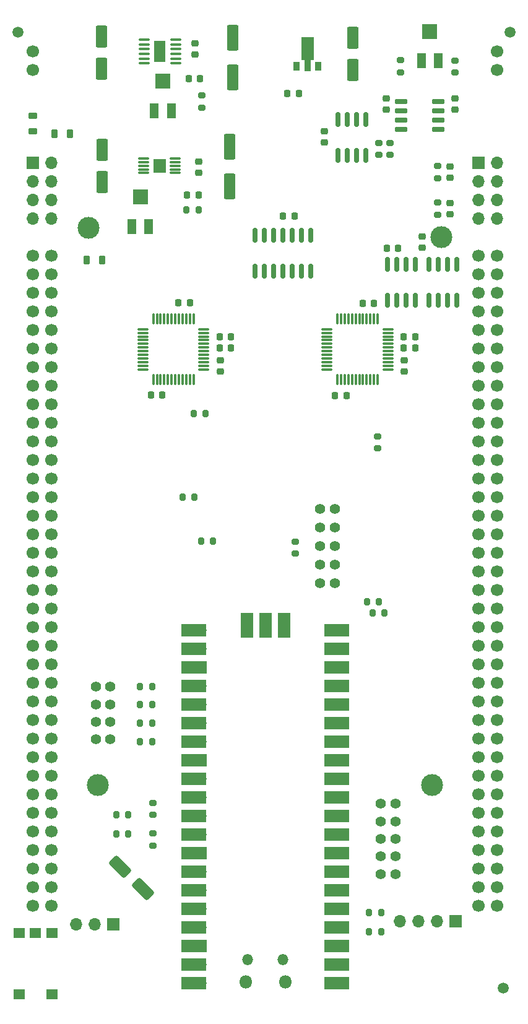
<source format=gbr>
%TF.GenerationSoftware,KiCad,Pcbnew,(6.0.7-1)-1*%
%TF.CreationDate,2022-08-23T13:00:43-05:00*%
%TF.ProjectId,NR1B-analog,4e523142-2d61-46e6-916c-6f672e6b6963,rev?*%
%TF.SameCoordinates,Original*%
%TF.FileFunction,Soldermask,Top*%
%TF.FilePolarity,Negative*%
%FSLAX46Y46*%
G04 Gerber Fmt 4.6, Leading zero omitted, Abs format (unit mm)*
G04 Created by KiCad (PCBNEW (6.0.7-1)-1) date 2022-08-23 13:00:43*
%MOMM*%
%LPD*%
G01*
G04 APERTURE LIST*
G04 Aperture macros list*
%AMRoundRect*
0 Rectangle with rounded corners*
0 $1 Rounding radius*
0 $2 $3 $4 $5 $6 $7 $8 $9 X,Y pos of 4 corners*
0 Add a 4 corners polygon primitive as box body*
4,1,4,$2,$3,$4,$5,$6,$7,$8,$9,$2,$3,0*
0 Add four circle primitives for the rounded corners*
1,1,$1+$1,$2,$3*
1,1,$1+$1,$4,$5*
1,1,$1+$1,$6,$7*
1,1,$1+$1,$8,$9*
0 Add four rect primitives between the rounded corners*
20,1,$1+$1,$2,$3,$4,$5,0*
20,1,$1+$1,$4,$5,$6,$7,0*
20,1,$1+$1,$6,$7,$8,$9,0*
20,1,$1+$1,$8,$9,$2,$3,0*%
%AMFreePoly0*
4,1,9,3.862500,-0.866500,0.737500,-0.866500,0.737500,-0.450000,-0.737500,-0.450000,-0.737500,0.450000,0.737500,0.450000,0.737500,0.866500,3.862500,0.866500,3.862500,-0.866500,3.862500,-0.866500,$1*%
G04 Aperture macros list end*
%ADD10C,1.400000*%
%ADD11R,1.295400X2.006600*%
%ADD12R,2.006600X2.006600*%
%ADD13C,1.500000*%
%ADD14RoundRect,0.200000X0.275000X-0.200000X0.275000X0.200000X-0.275000X0.200000X-0.275000X-0.200000X0*%
%ADD15RoundRect,0.075000X-0.075000X0.662500X-0.075000X-0.662500X0.075000X-0.662500X0.075000X0.662500X0*%
%ADD16RoundRect,0.075000X-0.662500X0.075000X-0.662500X-0.075000X0.662500X-0.075000X0.662500X0.075000X0*%
%ADD17RoundRect,0.075000X-0.650000X-0.075000X0.650000X-0.075000X0.650000X0.075000X-0.650000X0.075000X0*%
%ADD18R,1.680000X1.880000*%
%ADD19RoundRect,0.200000X0.200000X0.275000X-0.200000X0.275000X-0.200000X-0.275000X0.200000X-0.275000X0*%
%ADD20RoundRect,0.200000X-0.275000X0.200000X-0.275000X-0.200000X0.275000X-0.200000X0.275000X0.200000X0*%
%ADD21RoundRect,0.150000X0.150000X-0.825000X0.150000X0.825000X-0.150000X0.825000X-0.150000X-0.825000X0*%
%ADD22RoundRect,0.218750X-0.381250X0.218750X-0.381250X-0.218750X0.381250X-0.218750X0.381250X0.218750X0*%
%ADD23RoundRect,0.225000X-0.250000X0.225000X-0.250000X-0.225000X0.250000X-0.225000X0.250000X0.225000X0*%
%ADD24O,1.500000X1.500000*%
%ADD25O,1.800000X1.800000*%
%ADD26O,1.700000X1.700000*%
%ADD27R,3.500000X1.700000*%
%ADD28R,1.700000X1.700000*%
%ADD29R,1.700000X3.500000*%
%ADD30RoundRect,0.200000X-0.200000X-0.275000X0.200000X-0.275000X0.200000X0.275000X-0.200000X0.275000X0*%
%ADD31RoundRect,0.225000X0.250000X-0.225000X0.250000X0.225000X-0.250000X0.225000X-0.250000X-0.225000X0*%
%ADD32RoundRect,0.250000X-0.550000X1.250000X-0.550000X-1.250000X0.550000X-1.250000X0.550000X1.250000X0*%
%ADD33RoundRect,0.150000X0.725000X0.150000X-0.725000X0.150000X-0.725000X-0.150000X0.725000X-0.150000X0*%
%ADD34RoundRect,0.218750X0.218750X0.381250X-0.218750X0.381250X-0.218750X-0.381250X0.218750X-0.381250X0*%
%ADD35RoundRect,0.150000X-0.150000X0.825000X-0.150000X-0.825000X0.150000X-0.825000X0.150000X0.825000X0*%
%ADD36RoundRect,0.225000X0.225000X0.250000X-0.225000X0.250000X-0.225000X-0.250000X0.225000X-0.250000X0*%
%ADD37RoundRect,0.250000X0.550000X-1.250000X0.550000X1.250000X-0.550000X1.250000X-0.550000X-1.250000X0*%
%ADD38RoundRect,0.218750X-0.218750X-0.381250X0.218750X-0.381250X0.218750X0.381250X-0.218750X0.381250X0*%
%ADD39C,3.000000*%
%ADD40C,1.700000*%
%ADD41RoundRect,0.225000X-0.225000X-0.250000X0.225000X-0.250000X0.225000X0.250000X-0.225000X0.250000X0*%
%ADD42RoundRect,0.250000X1.272792X-0.494975X-0.494975X1.272792X-1.272792X0.494975X0.494975X-1.272792X0*%
%ADD43RoundRect,0.250000X-0.550000X1.500000X-0.550000X-1.500000X0.550000X-1.500000X0.550000X1.500000X0*%
%ADD44R,0.900000X1.300000*%
%ADD45FreePoly0,90.000000*%
%ADD46RoundRect,0.100000X-0.625000X-0.100000X0.625000X-0.100000X0.625000X0.100000X-0.625000X0.100000X0*%
%ADD47R,1.650000X2.850000*%
%ADD48R,1.600200X1.397000*%
%ADD49RoundRect,0.250000X0.550000X-1.500000X0.550000X1.500000X-0.550000X1.500000X-0.550000X-1.500000X0*%
G04 APERTURE END LIST*
D10*
%TO.C,TP3*%
X61400000Y-114700000D03*
X63400000Y-114700000D03*
%TD*%
D11*
%TO.C,U8*%
X71720000Y-31110001D03*
D12*
X70570000Y-27109999D03*
D11*
X69420000Y-31110001D03*
%TD*%
D13*
%TO.C,FID1*%
X50770000Y-20350000D03*
%TD*%
D14*
%TO.C,R2*%
X75870000Y-30675000D03*
X75870000Y-29025000D03*
%TD*%
D11*
%TO.C,U12*%
X68650000Y-46930001D03*
D12*
X67500000Y-42929999D03*
D11*
X66350000Y-46930001D03*
%TD*%
D15*
%TO.C,U14*%
X74770000Y-59587500D03*
X74270000Y-59587500D03*
X73770000Y-59587500D03*
X73270000Y-59587500D03*
X72770000Y-59587500D03*
X72270000Y-59587500D03*
X71770000Y-59587500D03*
X71270000Y-59587500D03*
X70770000Y-59587500D03*
X70270000Y-59587500D03*
X69770000Y-59587500D03*
X69270000Y-59587500D03*
D16*
X67857500Y-61000000D03*
X67857500Y-61500000D03*
X67857500Y-62000000D03*
X67857500Y-62500000D03*
X67857500Y-63000000D03*
X67857500Y-63500000D03*
X67857500Y-64000000D03*
X67857500Y-64500000D03*
X67857500Y-65000000D03*
X67857500Y-65500000D03*
X67857500Y-66000000D03*
X67857500Y-66500000D03*
D15*
X69270000Y-67912500D03*
X69770000Y-67912500D03*
X70270000Y-67912500D03*
X70770000Y-67912500D03*
X71270000Y-67912500D03*
X71770000Y-67912500D03*
X72270000Y-67912500D03*
X72770000Y-67912500D03*
X73270000Y-67912500D03*
X73770000Y-67912500D03*
X74270000Y-67912500D03*
X74770000Y-67912500D03*
D16*
X76182500Y-66500000D03*
X76182500Y-66000000D03*
X76182500Y-65500000D03*
X76182500Y-65000000D03*
X76182500Y-64500000D03*
X76182500Y-64000000D03*
X76182500Y-63500000D03*
X76182500Y-63000000D03*
X76182500Y-62500000D03*
X76182500Y-62000000D03*
X76182500Y-61500000D03*
X76182500Y-61000000D03*
%TD*%
D17*
%TO.C,U10*%
X67960000Y-37640000D03*
X67960000Y-38140000D03*
X67960000Y-38640000D03*
X67960000Y-39140000D03*
X67960000Y-39640000D03*
X72260000Y-39640000D03*
X72260000Y-39140000D03*
X72260000Y-38640000D03*
X72260000Y-38140000D03*
X72260000Y-37640000D03*
D18*
X70110000Y-38640000D03*
%TD*%
D10*
%TO.C,SCK_DAC1*%
X92100000Y-85540000D03*
X94100000Y-85540000D03*
%TD*%
D19*
%TO.C,R17*%
X74925000Y-84000000D03*
X73275000Y-84000000D03*
%TD*%
D20*
%TO.C,R7*%
X101630000Y-35510000D03*
X101630000Y-37160000D03*
%TD*%
D21*
%TO.C,U6*%
X101330000Y-57050000D03*
X102600000Y-57050000D03*
X103870000Y-57050000D03*
X105140000Y-57050000D03*
X105140000Y-52100000D03*
X103870000Y-52100000D03*
X102600000Y-52100000D03*
X101330000Y-52100000D03*
%TD*%
D10*
%TO.C,TP2*%
X63400000Y-112300000D03*
X61400000Y-112300000D03*
%TD*%
D22*
%TO.C,FB2*%
X52820000Y-31847500D03*
X52820000Y-33972500D03*
%TD*%
D23*
%TO.C,C23*%
X103600000Y-65225000D03*
X103600000Y-66775000D03*
%TD*%
D10*
%TO.C,SCK_SYS1*%
X100400000Y-130700000D03*
X102400000Y-130700000D03*
%TD*%
%TO.C,TP4*%
X63400000Y-117100000D03*
X61400000Y-117100000D03*
%TD*%
D24*
%TO.C,U5*%
X82175000Y-147250000D03*
D25*
X81875000Y-150280000D03*
X87325000Y-150280000D03*
D24*
X87025000Y-147250000D03*
D26*
X93490000Y-150410000D03*
D27*
X94390000Y-150410000D03*
X94390000Y-147870000D03*
D26*
X93490000Y-147870000D03*
D27*
X94390000Y-145330000D03*
D28*
X93490000Y-145330000D03*
D27*
X94390000Y-142790000D03*
D26*
X93490000Y-142790000D03*
D27*
X94390000Y-140250000D03*
D26*
X93490000Y-140250000D03*
D27*
X94390000Y-137710000D03*
D26*
X93490000Y-137710000D03*
X93490000Y-135170000D03*
D27*
X94390000Y-135170000D03*
D28*
X93490000Y-132630000D03*
D27*
X94390000Y-132630000D03*
D26*
X93490000Y-130090000D03*
D27*
X94390000Y-130090000D03*
X94390000Y-127550000D03*
D26*
X93490000Y-127550000D03*
X93490000Y-125010000D03*
D27*
X94390000Y-125010000D03*
X94390000Y-122470000D03*
D26*
X93490000Y-122470000D03*
D28*
X93490000Y-119930000D03*
D27*
X94390000Y-119930000D03*
D26*
X93490000Y-117390000D03*
D27*
X94390000Y-117390000D03*
X94390000Y-114850000D03*
D26*
X93490000Y-114850000D03*
X93490000Y-112310000D03*
D27*
X94390000Y-112310000D03*
X94390000Y-109770000D03*
D26*
X93490000Y-109770000D03*
D27*
X94390000Y-107230000D03*
D28*
X93490000Y-107230000D03*
D27*
X94390000Y-104690000D03*
D26*
X93490000Y-104690000D03*
D27*
X94390000Y-102150000D03*
D26*
X93490000Y-102150000D03*
X75710000Y-102150000D03*
D27*
X74810000Y-102150000D03*
X74810000Y-104690000D03*
D26*
X75710000Y-104690000D03*
D28*
X75710000Y-107230000D03*
D27*
X74810000Y-107230000D03*
X74810000Y-109770000D03*
D26*
X75710000Y-109770000D03*
X75710000Y-112310000D03*
D27*
X74810000Y-112310000D03*
X74810000Y-114850000D03*
D26*
X75710000Y-114850000D03*
X75710000Y-117390000D03*
D27*
X74810000Y-117390000D03*
X74810000Y-119930000D03*
D28*
X75710000Y-119930000D03*
D27*
X74810000Y-122470000D03*
D26*
X75710000Y-122470000D03*
X75710000Y-125010000D03*
D27*
X74810000Y-125010000D03*
X74810000Y-127550000D03*
D26*
X75710000Y-127550000D03*
D27*
X74810000Y-130090000D03*
D26*
X75710000Y-130090000D03*
D27*
X74810000Y-132630000D03*
D28*
X75710000Y-132630000D03*
D27*
X74810000Y-135170000D03*
D26*
X75710000Y-135170000D03*
X75710000Y-137710000D03*
D27*
X74810000Y-137710000D03*
D26*
X75710000Y-140250000D03*
D27*
X74810000Y-140250000D03*
D26*
X75710000Y-142790000D03*
D27*
X74810000Y-142790000D03*
D28*
X75710000Y-145330000D03*
D27*
X74810000Y-145330000D03*
D26*
X75710000Y-147870000D03*
D27*
X74810000Y-147870000D03*
D26*
X75710000Y-150410000D03*
D27*
X74810000Y-150410000D03*
D29*
X87140000Y-101480000D03*
D26*
X87140000Y-102380000D03*
D29*
X84600000Y-101480000D03*
D28*
X84600000Y-102380000D03*
D29*
X82060000Y-101480000D03*
D26*
X82060000Y-102380000D03*
%TD*%
D19*
%TO.C,R12*%
X65825000Y-130000000D03*
X64175000Y-130000000D03*
%TD*%
D30*
%TO.C,R21*%
X98775000Y-140800000D03*
X100425000Y-140800000D03*
%TD*%
D13*
%TO.C,FID3*%
X117100000Y-151110000D03*
%TD*%
D14*
%TO.C,R9*%
X108200000Y-45325000D03*
X108200000Y-43675000D03*
%TD*%
D31*
%TO.C,C17*%
X109850000Y-45275000D03*
X109850000Y-43725000D03*
%TD*%
D10*
%TO.C,MISO_SYS1*%
X102400000Y-128300000D03*
X100400000Y-128300000D03*
%TD*%
D11*
%TO.C,U9*%
X108220600Y-24320716D03*
D12*
X107070600Y-20320714D03*
D11*
X105920600Y-24320716D03*
%TD*%
D10*
%TO.C,MISO_DAC1*%
X94100000Y-88080000D03*
X92100000Y-88080000D03*
%TD*%
%TO.C,MOSI_SYS1*%
X100400000Y-135500000D03*
X102400000Y-135500000D03*
%TD*%
D28*
%TO.C,J1*%
X113766600Y-38227000D03*
D26*
X116306600Y-38227000D03*
X113766600Y-40767000D03*
X116306600Y-40767000D03*
X113766600Y-43307000D03*
X116306600Y-43307000D03*
X113766600Y-45847000D03*
X116306600Y-45847000D03*
%TD*%
D28*
%TO.C,J8*%
X110610000Y-141925000D03*
D26*
X108070000Y-141925000D03*
X105530000Y-141925000D03*
X102990000Y-141925000D03*
%TD*%
D28*
%TO.C,J3*%
X63825000Y-142405000D03*
D26*
X61285000Y-142405000D03*
X58745000Y-142405000D03*
%TD*%
D32*
%TO.C,C7*%
X62240000Y-36490000D03*
X62240000Y-40890000D03*
%TD*%
D33*
%TO.C,U2*%
X108285000Y-33695000D03*
X108285000Y-32425000D03*
X108285000Y-31155000D03*
X108285000Y-29885000D03*
X103135000Y-29885000D03*
X103135000Y-31155000D03*
X103135000Y-32425000D03*
X103135000Y-33695000D03*
%TD*%
D19*
%TO.C,R14*%
X100900000Y-99800000D03*
X99250000Y-99800000D03*
%TD*%
D34*
%TO.C,FB1*%
X62276500Y-51562000D03*
X60151500Y-51562000D03*
%TD*%
D35*
%TO.C,U3*%
X98295000Y-32315000D03*
X97025000Y-32315000D03*
X95755000Y-32315000D03*
X94485000Y-32315000D03*
X94485000Y-37265000D03*
X95755000Y-37265000D03*
X97025000Y-37265000D03*
X98295000Y-37265000D03*
%TD*%
D20*
%TO.C,R18*%
X99950000Y-75645000D03*
X99950000Y-77295000D03*
%TD*%
D36*
%TO.C,C38*%
X79875000Y-62000000D03*
X78325000Y-62000000D03*
%TD*%
D37*
%TO.C,C2*%
X62180000Y-25370000D03*
X62180000Y-20970000D03*
%TD*%
D19*
%TO.C,R20*%
X100425000Y-143400000D03*
X98775000Y-143400000D03*
%TD*%
%TO.C,R22*%
X69125000Y-117400000D03*
X67475000Y-117400000D03*
%TD*%
D38*
%TO.C,FB3*%
X55747500Y-34280000D03*
X57872500Y-34280000D03*
%TD*%
D39*
%TO.C,X1*%
X61696600Y-123317000D03*
X108706600Y-48427000D03*
X60426600Y-47117000D03*
X107406600Y-123327000D03*
D40*
X52806600Y-50927000D03*
X55346600Y-50927000D03*
X52806600Y-53467000D03*
X55346600Y-53467000D03*
X52806600Y-56007000D03*
X55346600Y-56007000D03*
X52806600Y-58547000D03*
X55346600Y-58547000D03*
X52806600Y-61087000D03*
X55346600Y-61087000D03*
X52806600Y-63627000D03*
X55346600Y-63627000D03*
X52806600Y-66167000D03*
X55346600Y-66167000D03*
X52806600Y-68707000D03*
X55346600Y-68707000D03*
X52806600Y-71247000D03*
X55346600Y-71247000D03*
X52806600Y-73787000D03*
X55346600Y-73787000D03*
X52806600Y-76327000D03*
X55346600Y-76327000D03*
X52806600Y-78867000D03*
X55346600Y-78867000D03*
X52806600Y-81407000D03*
X55346600Y-81407000D03*
X52806600Y-83947000D03*
X55346600Y-83947000D03*
X52806600Y-86487000D03*
X55346600Y-86487000D03*
X52806600Y-89027000D03*
X55346600Y-89027000D03*
X52806600Y-91567000D03*
X55346600Y-91567000D03*
X52806600Y-94107000D03*
X55346600Y-94107000D03*
X52806600Y-96647000D03*
X55346600Y-96647000D03*
X52806600Y-99187000D03*
X55346600Y-99187000D03*
X52806600Y-101727000D03*
X55346600Y-101727000D03*
X52806600Y-104267000D03*
X55346600Y-104267000D03*
X52806600Y-106807000D03*
X55346600Y-106807000D03*
X52806600Y-109347000D03*
X55346600Y-109347000D03*
X52806600Y-111887000D03*
X55346600Y-111887000D03*
X52806600Y-114427000D03*
X55346600Y-114427000D03*
X52806600Y-116967000D03*
X55346600Y-116967000D03*
X52806600Y-119507000D03*
X55346600Y-119507000D03*
X52806600Y-122047000D03*
X55346600Y-122047000D03*
X52806600Y-124587000D03*
X55346600Y-124587000D03*
X52806600Y-127127000D03*
X55346600Y-127127000D03*
X52806600Y-129667000D03*
X55346600Y-129667000D03*
X52806600Y-132207000D03*
X55346600Y-132207000D03*
X52806600Y-134747000D03*
X55346600Y-134747000D03*
X52806600Y-137287000D03*
X55346600Y-137287000D03*
X52806600Y-139827000D03*
X55346600Y-139827000D03*
X113766600Y-50927000D03*
X116306600Y-50927000D03*
X113766600Y-53467000D03*
X116306600Y-53467000D03*
X113766600Y-56007000D03*
X116306600Y-56007000D03*
X113766600Y-58547000D03*
X116306600Y-58547000D03*
X113766600Y-61087000D03*
X116306600Y-61087000D03*
X113766600Y-63627000D03*
X116306600Y-63627000D03*
X113766600Y-66167000D03*
X116306600Y-66167000D03*
X113766600Y-68707000D03*
X116306600Y-68707000D03*
X113766600Y-71247000D03*
X116306600Y-71247000D03*
X113766600Y-73787000D03*
X116306600Y-73787000D03*
X113766600Y-76327000D03*
X116306600Y-76327000D03*
X113766600Y-78867000D03*
X116306600Y-78867000D03*
X113766600Y-81407000D03*
X116306600Y-81407000D03*
X113766600Y-83947000D03*
X116306600Y-83947000D03*
X113766600Y-86487000D03*
X116306600Y-86487000D03*
X113766600Y-89027000D03*
X116306600Y-89027000D03*
X113766600Y-91567000D03*
X116306600Y-91567000D03*
X113766600Y-94107000D03*
X116306600Y-94107000D03*
X113766600Y-96647000D03*
X116306600Y-96647000D03*
X113766600Y-99187000D03*
X116306600Y-99187000D03*
X113766600Y-101727000D03*
X116306600Y-101727000D03*
X113766600Y-104267000D03*
X116306600Y-104267000D03*
X113766600Y-106807000D03*
X116306600Y-106807000D03*
X113766600Y-109347000D03*
X116306600Y-109347000D03*
X113766600Y-111887000D03*
X116306600Y-111887000D03*
X113766600Y-114427000D03*
X116306600Y-114427000D03*
X113766600Y-116967000D03*
X116306600Y-116967000D03*
X113766600Y-119507000D03*
X116306600Y-119507000D03*
X113766600Y-122047000D03*
X116306600Y-122047000D03*
X113766600Y-124587000D03*
X116306600Y-124587000D03*
X113766600Y-127127000D03*
X116306600Y-127127000D03*
X113766600Y-129667000D03*
X116306600Y-129667000D03*
X113766600Y-132207000D03*
X116306600Y-132207000D03*
X113766600Y-134747000D03*
X116306600Y-134747000D03*
X113766600Y-137287000D03*
X116306600Y-137287000D03*
X113766600Y-139827000D03*
X116306600Y-139827000D03*
X52806600Y-22987000D03*
X52806600Y-25527000D03*
X116306600Y-22987000D03*
X116306600Y-25527000D03*
%TD*%
D14*
%TO.C,R3*%
X110490000Y-25925000D03*
X110490000Y-24275000D03*
%TD*%
D23*
%TO.C,C15*%
X75438000Y-38087000D03*
X75438000Y-39637000D03*
%TD*%
D36*
%TO.C,C20*%
X95675000Y-70100000D03*
X94125000Y-70100000D03*
%TD*%
D19*
%TO.C,R6*%
X100125000Y-98300000D03*
X98475000Y-98300000D03*
%TD*%
D41*
%TO.C,C36*%
X72725000Y-57400000D03*
X74275000Y-57400000D03*
%TD*%
D13*
%TO.C,FID2*%
X118080000Y-20350000D03*
%TD*%
D10*
%TO.C,CS_DAC1*%
X92100000Y-95700000D03*
X94100000Y-95700000D03*
%TD*%
D19*
%TO.C,R19*%
X76415000Y-72550000D03*
X74765000Y-72550000D03*
%TD*%
D20*
%TO.C,R8*%
X100100000Y-35505000D03*
X100100000Y-37155000D03*
%TD*%
D31*
%TO.C,C8*%
X101100000Y-30975000D03*
X101100000Y-29425000D03*
%TD*%
D21*
%TO.C,U13*%
X106995000Y-57075000D03*
X108265000Y-57075000D03*
X109535000Y-57075000D03*
X110805000Y-57075000D03*
X110805000Y-52125000D03*
X109535000Y-52125000D03*
X108265000Y-52125000D03*
X106995000Y-52125000D03*
%TD*%
D41*
%TO.C,C39*%
X78325000Y-63600000D03*
X79875000Y-63600000D03*
%TD*%
D10*
%TO.C,TP1*%
X61400000Y-109900000D03*
X63400000Y-109900000D03*
%TD*%
D14*
%TO.C,R4*%
X103080000Y-25875000D03*
X103080000Y-24225000D03*
%TD*%
D20*
%TO.C,R5*%
X88700000Y-90025000D03*
X88700000Y-91675000D03*
%TD*%
D14*
%TO.C,R10*%
X69200000Y-127425000D03*
X69200000Y-125775000D03*
%TD*%
D10*
%TO.C,MOSI_DAC1*%
X94100000Y-90620000D03*
X92100000Y-90620000D03*
%TD*%
D42*
%TO.C,C21*%
X67826073Y-137602017D03*
X64714803Y-134490747D03*
%TD*%
D43*
%TO.C,C13*%
X79750000Y-36030000D03*
X79750000Y-41430000D03*
%TD*%
D35*
%TO.C,U4*%
X90810000Y-48150000D03*
X89540000Y-48150000D03*
X88270000Y-48150000D03*
X87000000Y-48150000D03*
X85730000Y-48150000D03*
X84460000Y-48150000D03*
X83190000Y-48150000D03*
X83190000Y-53100000D03*
X84460000Y-53100000D03*
X85730000Y-53100000D03*
X87000000Y-53100000D03*
X88270000Y-53100000D03*
X89540000Y-53100000D03*
X90810000Y-53100000D03*
%TD*%
D36*
%TO.C,C4*%
X75655000Y-26720000D03*
X74105000Y-26720000D03*
%TD*%
D30*
%TO.C,R11*%
X64175000Y-127400000D03*
X65825000Y-127400000D03*
%TD*%
D10*
%TO.C,GND1*%
X100400000Y-125900000D03*
X102400000Y-125900000D03*
%TD*%
D31*
%TO.C,C3*%
X110490000Y-31001000D03*
X110490000Y-29451000D03*
%TD*%
D44*
%TO.C,U11*%
X88840000Y-25030700D03*
D45*
X90340000Y-24943200D03*
D44*
X91840000Y-25030700D03*
%TD*%
D41*
%TO.C,C10*%
X87615000Y-28730000D03*
X89165000Y-28730000D03*
%TD*%
D46*
%TO.C,U7*%
X68010000Y-21395000D03*
X68010000Y-22045000D03*
X68010000Y-22695000D03*
X68010000Y-23345000D03*
X68010000Y-23995000D03*
X68010000Y-24645000D03*
X72310000Y-24645000D03*
X72310000Y-23995000D03*
X72310000Y-23345000D03*
X72310000Y-22695000D03*
X72310000Y-22045000D03*
X72310000Y-21395000D03*
D47*
X70160000Y-23020000D03*
%TD*%
D19*
%TO.C,R25*%
X69125000Y-109900000D03*
X67475000Y-109900000D03*
%TD*%
D36*
%TO.C,C9*%
X88575000Y-45500000D03*
X87025000Y-45500000D03*
%TD*%
D23*
%TO.C,C6*%
X74930000Y-21925000D03*
X74930000Y-23475000D03*
%TD*%
%TO.C,C35*%
X92700000Y-33900000D03*
X92700000Y-35450000D03*
%TD*%
D37*
%TO.C,C12*%
X96570800Y-25517200D03*
X96570800Y-21117200D03*
%TD*%
D31*
%TO.C,C37*%
X109850000Y-40275000D03*
X109850000Y-38725000D03*
%TD*%
D41*
%TO.C,C19*%
X103525000Y-63600000D03*
X105075000Y-63600000D03*
%TD*%
D28*
%TO.C,J2*%
X52806600Y-38227000D03*
D26*
X55346600Y-38227000D03*
X52806600Y-40767000D03*
X55346600Y-40767000D03*
X52806600Y-43307000D03*
X55346600Y-43307000D03*
X52806600Y-45847000D03*
X55346600Y-45847000D03*
%TD*%
D19*
%TO.C,R24*%
X69125000Y-112300000D03*
X67475000Y-112300000D03*
%TD*%
D41*
%TO.C,C1*%
X97925000Y-57500000D03*
X99475000Y-57500000D03*
%TD*%
%TO.C,C16*%
X101225000Y-49900000D03*
X102775000Y-49900000D03*
%TD*%
D23*
%TO.C,C22*%
X78400000Y-65225000D03*
X78400000Y-66775000D03*
%TD*%
%TO.C,C14*%
X106000000Y-48300000D03*
X106000000Y-49850000D03*
%TD*%
D30*
%TO.C,R1*%
X73815000Y-44670000D03*
X75465000Y-44670000D03*
%TD*%
D14*
%TO.C,R13*%
X69200000Y-131625000D03*
X69200000Y-129975000D03*
%TD*%
D19*
%TO.C,R23*%
X69125000Y-114900000D03*
X67475000Y-114900000D03*
%TD*%
D10*
%TO.C,CS_DAC0*%
X92100000Y-93160000D03*
X94100000Y-93160000D03*
%TD*%
D48*
%TO.C,SW1*%
X50902100Y-151988500D03*
X50902100Y-143581100D03*
X55397900Y-151988500D03*
X55397900Y-143581100D03*
X53150000Y-143581100D03*
%TD*%
D36*
%TO.C,C18*%
X105075000Y-62000000D03*
X103525000Y-62000000D03*
%TD*%
D14*
%TO.C,R16*%
X108200000Y-40325000D03*
X108200000Y-38675000D03*
%TD*%
D41*
%TO.C,C11*%
X73901000Y-42672000D03*
X75451000Y-42672000D03*
%TD*%
D49*
%TO.C,C5*%
X80160000Y-26580000D03*
X80160000Y-21180000D03*
%TD*%
D15*
%TO.C,U1*%
X99950000Y-59587500D03*
X99450000Y-59587500D03*
X98950000Y-59587500D03*
X98450000Y-59587500D03*
X97950000Y-59587500D03*
X97450000Y-59587500D03*
X96950000Y-59587500D03*
X96450000Y-59587500D03*
X95950000Y-59587500D03*
X95450000Y-59587500D03*
X94950000Y-59587500D03*
X94450000Y-59587500D03*
D16*
X93037500Y-61000000D03*
X93037500Y-61500000D03*
X93037500Y-62000000D03*
X93037500Y-62500000D03*
X93037500Y-63000000D03*
X93037500Y-63500000D03*
X93037500Y-64000000D03*
X93037500Y-64500000D03*
X93037500Y-65000000D03*
X93037500Y-65500000D03*
X93037500Y-66000000D03*
X93037500Y-66500000D03*
D15*
X94450000Y-67912500D03*
X94950000Y-67912500D03*
X95450000Y-67912500D03*
X95950000Y-67912500D03*
X96450000Y-67912500D03*
X96950000Y-67912500D03*
X97450000Y-67912500D03*
X97950000Y-67912500D03*
X98450000Y-67912500D03*
X98950000Y-67912500D03*
X99450000Y-67912500D03*
X99950000Y-67912500D03*
D16*
X101362500Y-66500000D03*
X101362500Y-66000000D03*
X101362500Y-65500000D03*
X101362500Y-65000000D03*
X101362500Y-64500000D03*
X101362500Y-64000000D03*
X101362500Y-63500000D03*
X101362500Y-63000000D03*
X101362500Y-62500000D03*
X101362500Y-62000000D03*
X101362500Y-61500000D03*
X101362500Y-61000000D03*
%TD*%
D10*
%TO.C,CS_SYS1*%
X102400000Y-133100000D03*
X100400000Y-133100000D03*
%TD*%
D30*
%TO.C,R15*%
X75775000Y-90000000D03*
X77425000Y-90000000D03*
%TD*%
D36*
%TO.C,C40*%
X70500000Y-70000000D03*
X68950000Y-70000000D03*
%TD*%
M02*

</source>
